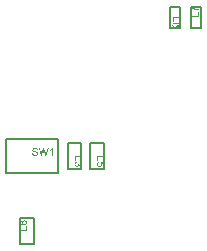
<source format=gbr>
%TF.GenerationSoftware,Altium Limited,Altium Designer,21.9.1 (22)*%
G04 Layer_Color=16711935*
%FSLAX45Y45*%
%MOMM*%
%TF.SameCoordinates,430BEF64-33ED-46D9-BD69-C1E45A4CD6A6*%
%TF.FilePolarity,Positive*%
%TF.FileFunction,Other,Top_Assembly*%
%TF.Part,Single*%
G01*
G75*
%TA.AperFunction,NonConductor*%
%ADD59C,0.20000*%
G36*
X1936719Y1310830D02*
X1937366D01*
X1939122Y1310645D01*
X1941064Y1310368D01*
X1943098Y1309905D01*
X1945317Y1309351D01*
X1947351Y1308611D01*
X1947443D01*
X1947628Y1308519D01*
X1947906Y1308334D01*
X1948276Y1308149D01*
X1949200Y1307686D01*
X1950402Y1306854D01*
X1951789Y1305930D01*
X1953176Y1304728D01*
X1954470Y1303341D01*
X1955672Y1301769D01*
Y1301677D01*
X1955764Y1301584D01*
X1955949Y1301307D01*
X1956134Y1301030D01*
X1956597Y1300105D01*
X1957151Y1298903D01*
X1957798Y1297424D01*
X1958261Y1295667D01*
X1958723Y1293818D01*
X1958908Y1291784D01*
X1950772Y1291137D01*
Y1291229D01*
Y1291414D01*
X1950679Y1291692D01*
X1950587Y1292154D01*
X1950310Y1293171D01*
X1949940Y1294558D01*
X1949385Y1296037D01*
X1948553Y1297516D01*
X1947536Y1298903D01*
X1946241Y1300198D01*
X1946057Y1300290D01*
X1945594Y1300660D01*
X1944670Y1301215D01*
X1943468Y1301769D01*
X1941896Y1302324D01*
X1940047Y1302879D01*
X1937736Y1303249D01*
X1935147Y1303341D01*
X1933852D01*
X1933298Y1303249D01*
X1932558Y1303156D01*
X1930894Y1302971D01*
X1929045Y1302601D01*
X1927196Y1302139D01*
X1925439Y1301399D01*
X1924699Y1300937D01*
X1923960Y1300475D01*
X1923775Y1300382D01*
X1923405Y1300013D01*
X1922850Y1299365D01*
X1922295Y1298626D01*
X1921648Y1297609D01*
X1921093Y1296499D01*
X1920724Y1295205D01*
X1920539Y1293726D01*
Y1293541D01*
Y1293171D01*
X1920631Y1292524D01*
X1920816Y1291784D01*
X1921093Y1290859D01*
X1921556Y1289935D01*
X1922110Y1289010D01*
X1922943Y1288086D01*
X1923035Y1287993D01*
X1923497Y1287716D01*
X1923867Y1287439D01*
X1924237Y1287254D01*
X1924792Y1286976D01*
X1925439Y1286607D01*
X1926271Y1286329D01*
X1927196Y1285959D01*
X1928213Y1285590D01*
X1929414Y1285127D01*
X1930709Y1284757D01*
X1932188Y1284295D01*
X1933852Y1283925D01*
X1935701Y1283463D01*
X1935794D01*
X1936164Y1283371D01*
X1936719Y1283278D01*
X1937366Y1283093D01*
X1938198Y1282908D01*
X1939215Y1282631D01*
X1940232Y1282354D01*
X1941341Y1282076D01*
X1943745Y1281429D01*
X1946057Y1280782D01*
X1947166Y1280412D01*
X1948183Y1280042D01*
X1949108Y1279765D01*
X1949847Y1279395D01*
X1949940D01*
X1950125Y1279302D01*
X1950402Y1279118D01*
X1950772Y1278933D01*
X1951789Y1278378D01*
X1952991Y1277638D01*
X1954378Y1276621D01*
X1955764Y1275512D01*
X1957059Y1274217D01*
X1958168Y1272831D01*
X1958261Y1272646D01*
X1958631Y1272183D01*
X1959000Y1271351D01*
X1959555Y1270242D01*
X1960017Y1268947D01*
X1960480Y1267376D01*
X1960757Y1265619D01*
X1960850Y1263770D01*
Y1263677D01*
Y1263585D01*
Y1263308D01*
Y1262938D01*
X1960665Y1261921D01*
X1960480Y1260626D01*
X1960110Y1259147D01*
X1959648Y1257575D01*
X1958908Y1255911D01*
X1957891Y1254154D01*
Y1254062D01*
X1957798Y1253970D01*
X1957336Y1253415D01*
X1956689Y1252583D01*
X1955764Y1251658D01*
X1954563Y1250549D01*
X1953083Y1249347D01*
X1951419Y1248237D01*
X1949477Y1247220D01*
X1949385D01*
X1949200Y1247128D01*
X1948923Y1247035D01*
X1948553Y1246850D01*
X1947998Y1246666D01*
X1947351Y1246388D01*
X1945872Y1246018D01*
X1944115Y1245556D01*
X1941988Y1245094D01*
X1939677Y1244816D01*
X1937181Y1244724D01*
X1935701D01*
X1934962Y1244816D01*
X1934130D01*
X1933205Y1244909D01*
X1932096Y1245001D01*
X1929784Y1245371D01*
X1927380Y1245741D01*
X1924977Y1246388D01*
X1922665Y1247220D01*
X1922573D01*
X1922388Y1247313D01*
X1922110Y1247498D01*
X1921741Y1247683D01*
X1920631Y1248237D01*
X1919337Y1249069D01*
X1917857Y1250179D01*
X1916286Y1251473D01*
X1914806Y1253045D01*
X1913420Y1254802D01*
Y1254894D01*
X1913235Y1255079D01*
X1913142Y1255356D01*
X1912865Y1255726D01*
X1912680Y1256188D01*
X1912403Y1256743D01*
X1911755Y1258130D01*
X1911108Y1259887D01*
X1910553Y1261828D01*
X1910184Y1264047D01*
X1909999Y1266359D01*
X1917950Y1267098D01*
Y1267006D01*
Y1266913D01*
X1918042Y1266636D01*
Y1266266D01*
X1918227Y1265434D01*
X1918505Y1264232D01*
X1918874Y1263030D01*
X1919244Y1261643D01*
X1919892Y1260349D01*
X1920539Y1259147D01*
X1920631Y1259055D01*
X1920909Y1258685D01*
X1921371Y1258038D01*
X1922110Y1257390D01*
X1923035Y1256558D01*
X1924052Y1255726D01*
X1925439Y1254894D01*
X1926918Y1254154D01*
X1927011D01*
X1927103Y1254062D01*
X1927380Y1253970D01*
X1927658Y1253877D01*
X1928582Y1253600D01*
X1929784Y1253230D01*
X1931264Y1252860D01*
X1932928Y1252583D01*
X1934777Y1252398D01*
X1936811Y1252305D01*
X1937643D01*
X1938568Y1252398D01*
X1939677Y1252490D01*
X1940971Y1252675D01*
X1942451Y1252860D01*
X1943930Y1253230D01*
X1945317Y1253692D01*
X1945502Y1253785D01*
X1945964Y1253970D01*
X1946611Y1254339D01*
X1947443Y1254709D01*
X1948276Y1255356D01*
X1949200Y1256004D01*
X1950125Y1256743D01*
X1950864Y1257668D01*
X1950957Y1257760D01*
X1951142Y1258130D01*
X1951419Y1258592D01*
X1951789Y1259332D01*
X1952159Y1260072D01*
X1952436Y1260996D01*
X1952621Y1262013D01*
X1952713Y1263123D01*
Y1263215D01*
Y1263677D01*
X1952621Y1264232D01*
X1952528Y1264972D01*
X1952251Y1265711D01*
X1951974Y1266636D01*
X1951511Y1267561D01*
X1950864Y1268393D01*
X1950772Y1268485D01*
X1950494Y1268763D01*
X1950125Y1269132D01*
X1949477Y1269687D01*
X1948738Y1270242D01*
X1947721Y1270889D01*
X1946519Y1271536D01*
X1945132Y1272091D01*
X1945040Y1272183D01*
X1944577Y1272276D01*
X1943838Y1272553D01*
X1943375Y1272646D01*
X1942728Y1272831D01*
X1942081Y1273108D01*
X1941249Y1273293D01*
X1940324Y1273570D01*
X1939215Y1273848D01*
X1938105Y1274125D01*
X1936811Y1274495D01*
X1935332Y1274865D01*
X1933760Y1275234D01*
X1933667D01*
X1933390Y1275327D01*
X1932928Y1275419D01*
X1932373Y1275604D01*
X1931633Y1275789D01*
X1930801Y1275974D01*
X1928952Y1276529D01*
X1926918Y1277176D01*
X1924792Y1277823D01*
X1922943Y1278470D01*
X1922110Y1278840D01*
X1921371Y1279210D01*
X1921278D01*
X1921186Y1279302D01*
X1920631Y1279672D01*
X1919799Y1280135D01*
X1918874Y1280874D01*
X1917765Y1281706D01*
X1916656Y1282723D01*
X1915546Y1283925D01*
X1914622Y1285220D01*
X1914529Y1285405D01*
X1914252Y1285867D01*
X1913882Y1286607D01*
X1913512Y1287531D01*
X1913142Y1288733D01*
X1912772Y1290120D01*
X1912495Y1291599D01*
X1912403Y1293171D01*
Y1293263D01*
Y1293356D01*
Y1293633D01*
Y1294003D01*
X1912587Y1294928D01*
X1912772Y1296129D01*
X1913050Y1297516D01*
X1913512Y1299088D01*
X1914159Y1300660D01*
X1915084Y1302232D01*
Y1302324D01*
X1915176Y1302416D01*
X1915639Y1302971D01*
X1916286Y1303711D01*
X1917118Y1304635D01*
X1918227Y1305652D01*
X1919614Y1306762D01*
X1921278Y1307779D01*
X1923127Y1308704D01*
X1923220D01*
X1923405Y1308796D01*
X1923682Y1308888D01*
X1924052Y1309073D01*
X1924514Y1309258D01*
X1925162Y1309443D01*
X1926548Y1309813D01*
X1928305Y1310183D01*
X1930339Y1310553D01*
X1932466Y1310830D01*
X1934869Y1310922D01*
X1936071D01*
X1936719Y1310830D01*
D02*
G37*
G36*
X2031393Y1245833D02*
X2023072D01*
X2009666Y1294558D01*
Y1294650D01*
X2009574Y1294835D01*
X2009481Y1295112D01*
X2009389Y1295575D01*
X2009112Y1296592D01*
X2008834Y1297794D01*
X2008464Y1299088D01*
X2008095Y1300290D01*
X2007817Y1301307D01*
X2007725Y1301769D01*
X2007632Y1302047D01*
Y1301954D01*
X2007540Y1301862D01*
X2007447Y1301307D01*
X2007262Y1300475D01*
X2006985Y1299458D01*
X2006708Y1298348D01*
X2006338Y1297054D01*
X2006061Y1295760D01*
X2005691Y1294558D01*
X1992192Y1245833D01*
X1983316D01*
X1966582Y1309813D01*
X1975365D01*
X1984888Y1267838D01*
Y1267745D01*
X1984981Y1267561D01*
X1985073Y1267191D01*
X1985165Y1266728D01*
X1985258Y1266081D01*
X1985443Y1265434D01*
X1985628Y1264602D01*
X1985813Y1263677D01*
X1986275Y1261736D01*
X1986737Y1259517D01*
X1987199Y1257113D01*
X1987662Y1254709D01*
Y1254802D01*
X1987754Y1255171D01*
X1987939Y1255634D01*
X1988032Y1256373D01*
X1988216Y1257113D01*
X1988494Y1258038D01*
X1988956Y1260072D01*
X1989511Y1262106D01*
X1989696Y1263123D01*
X1989973Y1264047D01*
X1990158Y1264879D01*
X1990343Y1265619D01*
X1990528Y1266174D01*
X1990620Y1266544D01*
X2002732Y1309813D01*
X2012995D01*
X2022055Y1277361D01*
Y1277268D01*
X2022240Y1276806D01*
X2022425Y1276159D01*
X2022610Y1275327D01*
X2022887Y1274217D01*
X2023257Y1273015D01*
X2023627Y1271629D01*
X2023997Y1270057D01*
X2024459Y1268300D01*
X2024829Y1266544D01*
X2025661Y1262753D01*
X2026493Y1258777D01*
X2027140Y1254709D01*
Y1254802D01*
X2027233Y1254987D01*
Y1255356D01*
X2027418Y1255819D01*
X2027510Y1256373D01*
X2027695Y1257021D01*
X2027788Y1257853D01*
X2028065Y1258777D01*
X2028527Y1260811D01*
X2029082Y1263215D01*
X2029637Y1265804D01*
X2030376Y1268670D01*
X2040362Y1309813D01*
X2048960D01*
X2031393Y1245833D01*
D02*
G37*
G36*
X2083261D02*
X2075403D01*
Y1295852D01*
X2075310Y1295760D01*
X2074848Y1295390D01*
X2074293Y1294835D01*
X2073368Y1294188D01*
X2072351Y1293356D01*
X2071057Y1292431D01*
X2069578Y1291414D01*
X2067914Y1290397D01*
X2067821D01*
X2067729Y1290305D01*
X2067174Y1289935D01*
X2066249Y1289473D01*
X2065140Y1288918D01*
X2063846Y1288271D01*
X2062459Y1287624D01*
X2061072Y1286976D01*
X2059685Y1286422D01*
Y1294003D01*
X2059777D01*
X2059962Y1294188D01*
X2060332Y1294280D01*
X2060794Y1294558D01*
X2061349Y1294835D01*
X2061996Y1295205D01*
X2063568Y1296129D01*
X2065417Y1297147D01*
X2067266Y1298441D01*
X2069208Y1299920D01*
X2071150Y1301492D01*
X2071242Y1301584D01*
X2071334Y1301677D01*
X2071612Y1301954D01*
X2071982Y1302232D01*
X2072814Y1303156D01*
X2073923Y1304266D01*
X2075033Y1305560D01*
X2076235Y1307039D01*
X2077252Y1308519D01*
X2078176Y1310090D01*
X2083261D01*
Y1245833D01*
D02*
G37*
G36*
X3261964Y2508758D02*
X3262149Y2508573D01*
X3262518Y2508203D01*
X3263073Y2507833D01*
X3263720Y2507279D01*
X3264460Y2506539D01*
X3265385Y2505799D01*
X3266494Y2504967D01*
X3267604Y2504135D01*
X3268898Y2503118D01*
X3270377Y2502101D01*
X3271857Y2501084D01*
X3273521Y2499975D01*
X3275277Y2498865D01*
X3277219Y2497756D01*
X3279161Y2496646D01*
X3279253Y2496554D01*
X3279623Y2496369D01*
X3280178Y2496092D01*
X3281010Y2495629D01*
X3282027Y2495167D01*
X3283136Y2494612D01*
X3284431Y2493965D01*
X3285910Y2493318D01*
X3287574Y2492578D01*
X3289238Y2491746D01*
X3291087Y2491006D01*
X3293029Y2490267D01*
X3297005Y2488788D01*
X3301258Y2487401D01*
X3301350D01*
X3301627Y2487308D01*
X3302090Y2487216D01*
X3302644Y2487031D01*
X3303384Y2486846D01*
X3304309Y2486661D01*
X3305326Y2486384D01*
X3306435Y2486199D01*
X3307729Y2485921D01*
X3309116Y2485644D01*
X3312075Y2485182D01*
X3315311Y2484719D01*
X3318824Y2484442D01*
Y2476398D01*
X3318732D01*
X3318454D01*
X3318085D01*
X3317530Y2476491D01*
X3316790D01*
X3315866Y2476583D01*
X3314849Y2476676D01*
X3313739Y2476768D01*
X3312445Y2476953D01*
X3311150Y2477138D01*
X3309579Y2477415D01*
X3308007Y2477693D01*
X3306343Y2477970D01*
X3304494Y2478340D01*
X3300703Y2479265D01*
X3300610D01*
X3300241Y2479357D01*
X3299686Y2479542D01*
X3298854Y2479819D01*
X3297929Y2480097D01*
X3296820Y2480466D01*
X3295525Y2480836D01*
X3294138Y2481391D01*
X3292567Y2481946D01*
X3290995Y2482500D01*
X3287482Y2483887D01*
X3283783Y2485552D01*
X3280085Y2487401D01*
X3279993Y2487493D01*
X3279623Y2487678D01*
X3279161Y2487955D01*
X3278421Y2488325D01*
X3277589Y2488788D01*
X3276572Y2489435D01*
X3275462Y2490082D01*
X3274260Y2490822D01*
X3271579Y2492578D01*
X3268806Y2494427D01*
X3265939Y2496554D01*
X3263258Y2498773D01*
Y2467430D01*
X3255677D01*
Y2508850D01*
X3261871D01*
X3261964Y2508758D01*
D02*
G37*
G36*
X3318824Y2420000D02*
X3254845D01*
Y2428506D01*
X3311243D01*
Y2460034D01*
X3318824D01*
Y2420000D01*
D02*
G37*
G36*
X3163592Y2411494D02*
X3107193D01*
Y2379966D01*
X3099612D01*
Y2420000D01*
X3163592D01*
Y2411494D01*
D02*
G37*
G36*
X3131232Y2373402D02*
X3132526D01*
X3134006Y2373309D01*
X3135762Y2373125D01*
X3137704Y2372940D01*
X3139830Y2372662D01*
X3141957Y2372292D01*
X3144268Y2371830D01*
X3146487Y2371275D01*
X3148706Y2370628D01*
X3150833Y2369796D01*
X3152867Y2368872D01*
X3154808Y2367855D01*
X3156472Y2366653D01*
X3156565Y2366560D01*
X3156750Y2366375D01*
X3157120Y2366005D01*
X3157674Y2365543D01*
X3158229Y2364988D01*
X3158784Y2364249D01*
X3159524Y2363324D01*
X3160171Y2362400D01*
X3160818Y2361290D01*
X3161558Y2360088D01*
X3162112Y2358701D01*
X3162759Y2357315D01*
X3163222Y2355743D01*
X3163592Y2354079D01*
X3163777Y2352322D01*
X3163869Y2350473D01*
Y2349733D01*
X3163777Y2349178D01*
Y2348531D01*
X3163684Y2347792D01*
X3163314Y2346035D01*
X3162852Y2344093D01*
X3162112Y2342059D01*
X3161003Y2340025D01*
X3160356Y2339008D01*
X3159616Y2338084D01*
X3159524Y2337991D01*
X3159431Y2337899D01*
X3159154Y2337621D01*
X3158876Y2337344D01*
X3158414Y2336882D01*
X3157859Y2336512D01*
X3156565Y2335495D01*
X3154901Y2334478D01*
X3152867Y2333553D01*
X3150555Y2332721D01*
X3147967Y2332167D01*
X3147319Y2340025D01*
X3147412D01*
X3147504Y2340118D01*
X3148059Y2340210D01*
X3148891Y2340488D01*
X3149908Y2340857D01*
X3151018Y2341227D01*
X3152127Y2341782D01*
X3153144Y2342429D01*
X3153976Y2343076D01*
X3154161Y2343261D01*
X3154531Y2343631D01*
X3155086Y2344278D01*
X3155733Y2345203D01*
X3156288Y2346405D01*
X3156842Y2347699D01*
X3157212Y2349271D01*
X3157397Y2350935D01*
Y2351582D01*
X3157305Y2352322D01*
X3157120Y2353154D01*
X3156842Y2354264D01*
X3156472Y2355373D01*
X3156010Y2356482D01*
X3155271Y2357592D01*
X3155178Y2357777D01*
X3154808Y2358239D01*
X3154161Y2358886D01*
X3153237Y2359718D01*
X3152127Y2360643D01*
X3150833Y2361660D01*
X3149168Y2362585D01*
X3147319Y2363509D01*
X3147227D01*
X3147042Y2363602D01*
X3146765Y2363694D01*
X3146395Y2363879D01*
X3145840Y2363971D01*
X3145193Y2364156D01*
X3144453Y2364341D01*
X3143529Y2364526D01*
X3142512Y2364803D01*
X3141402Y2364988D01*
X3140200Y2365173D01*
X3138906Y2365266D01*
X3137427Y2365451D01*
X3135947Y2365543D01*
X3134283Y2365636D01*
X3132619D01*
X3132711Y2365543D01*
X3133266Y2365173D01*
X3134006Y2364526D01*
X3134930Y2363694D01*
X3136040Y2362769D01*
X3137057Y2361568D01*
X3138074Y2360273D01*
X3138998Y2358794D01*
Y2358701D01*
X3139091Y2358609D01*
X3139368Y2358054D01*
X3139645Y2357222D01*
X3140108Y2356113D01*
X3140478Y2354818D01*
X3140755Y2353339D01*
X3141032Y2351767D01*
X3141125Y2350103D01*
Y2349363D01*
X3141032Y2348809D01*
X3140940Y2348069D01*
X3140847Y2347329D01*
X3140663Y2346405D01*
X3140385Y2345480D01*
X3139738Y2343354D01*
X3139276Y2342244D01*
X3138628Y2341135D01*
X3137981Y2340025D01*
X3137242Y2338823D01*
X3136317Y2337714D01*
X3135300Y2336697D01*
X3135208Y2336604D01*
X3135023Y2336420D01*
X3134745Y2336142D01*
X3134283Y2335865D01*
X3133636Y2335402D01*
X3132989Y2334940D01*
X3132157Y2334478D01*
X3131232Y2333923D01*
X3130215Y2333368D01*
X3129106Y2332906D01*
X3127811Y2332444D01*
X3126517Y2331982D01*
X3125130Y2331704D01*
X3123558Y2331427D01*
X3121986Y2331242D01*
X3120322Y2331150D01*
X3120230D01*
X3120045D01*
X3119767D01*
X3119305D01*
X3118750Y2331242D01*
X3118196D01*
X3116716Y2331519D01*
X3114960Y2331797D01*
X3113111Y2332259D01*
X3111077Y2332906D01*
X3109135Y2333831D01*
X3109043D01*
X3108950Y2333923D01*
X3108673Y2334108D01*
X3108303Y2334293D01*
X3107378Y2334848D01*
X3106176Y2335680D01*
X3104882Y2336697D01*
X3103588Y2337899D01*
X3102293Y2339378D01*
X3101184Y2340950D01*
Y2341042D01*
X3101091Y2341135D01*
X3100906Y2341412D01*
X3100814Y2341782D01*
X3100352Y2342707D01*
X3099889Y2343908D01*
X3099335Y2345480D01*
X3098965Y2347237D01*
X3098595Y2349178D01*
X3098503Y2351305D01*
Y2351767D01*
X3098595Y2352229D01*
Y2352969D01*
X3098687Y2353801D01*
X3098872Y2354726D01*
X3099150Y2355835D01*
X3099427Y2356945D01*
X3099797Y2358239D01*
X3100259Y2359534D01*
X3100814Y2360828D01*
X3101554Y2362215D01*
X3102386Y2363509D01*
X3103310Y2364803D01*
X3104420Y2366098D01*
X3105714Y2367300D01*
X3105807Y2367392D01*
X3106084Y2367577D01*
X3106454Y2367855D01*
X3107101Y2368224D01*
X3107933Y2368779D01*
X3108858Y2369241D01*
X3110060Y2369796D01*
X3111354Y2370351D01*
X3112926Y2370998D01*
X3114682Y2371553D01*
X3116624Y2372015D01*
X3118750Y2372477D01*
X3121154Y2372940D01*
X3123743Y2373217D01*
X3126517Y2373402D01*
X3129475Y2373494D01*
X3129568D01*
X3129660D01*
X3129938D01*
X3130307D01*
X3131232Y2373402D01*
D02*
G37*
G36*
X2334662Y1231495D02*
X2278264D01*
Y1199968D01*
X2270683D01*
Y1240001D01*
X2334662D01*
Y1231495D01*
D02*
G37*
G36*
X2288619Y1185175D02*
X2288527D01*
X2288342Y1185082D01*
X2287972Y1184990D01*
X2287510Y1184897D01*
X2286955Y1184805D01*
X2286308Y1184620D01*
X2284921Y1184158D01*
X2283257Y1183510D01*
X2281685Y1182678D01*
X2280205Y1181754D01*
X2278911Y1180644D01*
X2278819Y1180459D01*
X2278449Y1180090D01*
X2277987Y1179350D01*
X2277524Y1178425D01*
X2276970Y1177316D01*
X2276507Y1175929D01*
X2276137Y1174357D01*
X2276045Y1172693D01*
Y1172138D01*
X2276137Y1171769D01*
X2276230Y1170752D01*
X2276507Y1169457D01*
X2276970Y1167978D01*
X2277617Y1166406D01*
X2278541Y1164834D01*
X2279836Y1163355D01*
X2280021Y1163170D01*
X2280575Y1162708D01*
X2281407Y1162153D01*
X2282517Y1161413D01*
X2283904Y1160674D01*
X2285475Y1160119D01*
X2287325Y1159657D01*
X2289359Y1159472D01*
X2289451D01*
X2289636D01*
X2289913D01*
X2290283Y1159564D01*
X2291300Y1159657D01*
X2292502Y1159934D01*
X2293981Y1160304D01*
X2295461Y1160951D01*
X2296940Y1161876D01*
X2298327Y1163078D01*
X2298512Y1163263D01*
X2298882Y1163725D01*
X2299436Y1164465D01*
X2300084Y1165482D01*
X2300731Y1166776D01*
X2301285Y1168348D01*
X2301655Y1170104D01*
X2301840Y1172046D01*
Y1172878D01*
X2301748Y1173525D01*
X2301655Y1174357D01*
X2301470Y1175282D01*
X2301285Y1176391D01*
X2301008Y1177593D01*
X2307942Y1176669D01*
Y1176206D01*
X2307850Y1175837D01*
Y1174635D01*
X2308035Y1173618D01*
X2308220Y1172416D01*
X2308497Y1171029D01*
X2308959Y1169457D01*
X2309607Y1167978D01*
X2310439Y1166406D01*
Y1166314D01*
X2310531Y1166221D01*
X2310901Y1165759D01*
X2311548Y1165112D01*
X2312380Y1164372D01*
X2313582Y1163632D01*
X2314969Y1162985D01*
X2316541Y1162523D01*
X2317465Y1162338D01*
X2318482D01*
X2318575D01*
X2318667D01*
X2319222D01*
X2319962Y1162523D01*
X2320979Y1162708D01*
X2322088Y1163078D01*
X2323290Y1163540D01*
X2324492Y1164280D01*
X2325601Y1165297D01*
X2325694Y1165389D01*
X2326064Y1165851D01*
X2326526Y1166499D01*
X2327081Y1167331D01*
X2327543Y1168440D01*
X2328005Y1169735D01*
X2328375Y1171214D01*
X2328468Y1172878D01*
Y1173618D01*
X2328283Y1174450D01*
X2328098Y1175559D01*
X2327728Y1176761D01*
X2327266Y1177963D01*
X2326526Y1179257D01*
X2325601Y1180459D01*
X2325509Y1180552D01*
X2325047Y1180922D01*
X2324399Y1181476D01*
X2323475Y1182124D01*
X2322273Y1182771D01*
X2320794Y1183418D01*
X2319037Y1183973D01*
X2317003Y1184343D01*
X2318390Y1192201D01*
X2318482D01*
X2318760Y1192109D01*
X2319129Y1192016D01*
X2319684Y1191924D01*
X2320331Y1191739D01*
X2321071Y1191462D01*
X2322828Y1190907D01*
X2324862Y1189982D01*
X2326896Y1188873D01*
X2328837Y1187486D01*
X2330594Y1185729D01*
X2330686Y1185637D01*
X2330779Y1185452D01*
X2330964Y1185175D01*
X2331241Y1184805D01*
X2331611Y1184343D01*
X2331981Y1183695D01*
X2332351Y1183048D01*
X2332813Y1182216D01*
X2333553Y1180367D01*
X2334292Y1178240D01*
X2334755Y1175744D01*
X2334939Y1174450D01*
Y1172138D01*
X2334847Y1171121D01*
X2334662Y1169919D01*
X2334385Y1168440D01*
X2333922Y1166776D01*
X2333368Y1165112D01*
X2332628Y1163448D01*
Y1163355D01*
X2332536Y1163263D01*
X2332258Y1162708D01*
X2331703Y1161876D01*
X2331056Y1160951D01*
X2330132Y1159842D01*
X2329115Y1158732D01*
X2327913Y1157623D01*
X2326526Y1156698D01*
X2326341Y1156606D01*
X2325879Y1156328D01*
X2325047Y1155959D01*
X2324030Y1155496D01*
X2322828Y1155034D01*
X2321441Y1154664D01*
X2319869Y1154387D01*
X2318297Y1154294D01*
X2318112D01*
X2317558D01*
X2316818Y1154387D01*
X2315801Y1154572D01*
X2314599Y1154849D01*
X2313305Y1155311D01*
X2312010Y1155866D01*
X2310716Y1156606D01*
X2310531Y1156698D01*
X2310161Y1156976D01*
X2309514Y1157530D01*
X2308774Y1158270D01*
X2307942Y1159195D01*
X2307018Y1160304D01*
X2306186Y1161598D01*
X2305354Y1163170D01*
Y1163078D01*
X2305261Y1162893D01*
X2305169Y1162615D01*
X2305076Y1162246D01*
X2304706Y1161229D01*
X2304152Y1159934D01*
X2303412Y1158455D01*
X2302487Y1156976D01*
X2301285Y1155589D01*
X2299899Y1154294D01*
X2299714Y1154202D01*
X2299159Y1153832D01*
X2298234Y1153277D01*
X2297032Y1152723D01*
X2295553Y1152168D01*
X2293797Y1151613D01*
X2291762Y1151243D01*
X2289544Y1151151D01*
X2289451D01*
X2289174D01*
X2288711D01*
X2288157Y1151243D01*
X2287417Y1151336D01*
X2286585Y1151521D01*
X2285660Y1151706D01*
X2284643Y1151891D01*
X2282424Y1152630D01*
X2281223Y1153185D01*
X2280113Y1153740D01*
X2278911Y1154479D01*
X2277709Y1155311D01*
X2276507Y1156236D01*
X2275398Y1157345D01*
X2275305Y1157438D01*
X2275120Y1157623D01*
X2274843Y1157993D01*
X2274473Y1158455D01*
X2274011Y1159010D01*
X2273549Y1159749D01*
X2272994Y1160581D01*
X2272532Y1161598D01*
X2271977Y1162615D01*
X2271422Y1163817D01*
X2270960Y1165019D01*
X2270498Y1166406D01*
X2270128Y1167885D01*
X2269850Y1169457D01*
X2269666Y1171029D01*
X2269573Y1172786D01*
Y1173618D01*
X2269666Y1174172D01*
X2269758Y1174912D01*
X2269850Y1175744D01*
X2270035Y1176669D01*
X2270220Y1177686D01*
X2270775Y1179905D01*
X2271700Y1182216D01*
X2272254Y1183418D01*
X2272901Y1184527D01*
X2273734Y1185637D01*
X2274566Y1186746D01*
X2274658Y1186839D01*
X2274843Y1187024D01*
X2275120Y1187301D01*
X2275490Y1187579D01*
X2275953Y1188041D01*
X2276600Y1188503D01*
X2277247Y1189058D01*
X2278079Y1189613D01*
X2279004Y1190167D01*
X2279928Y1190722D01*
X2282147Y1191739D01*
X2284736Y1192571D01*
X2286123Y1192849D01*
X2287602Y1193033D01*
X2288619Y1185175D01*
D02*
G37*
G36*
X2525087Y1231495D02*
X2468689D01*
Y1199968D01*
X2461108D01*
Y1240001D01*
X2525087D01*
Y1231495D01*
D02*
G37*
G36*
X2478490Y1184897D02*
X2478397D01*
X2478212D01*
X2477935Y1184805D01*
X2477473Y1184712D01*
X2476456Y1184435D01*
X2475069Y1184065D01*
X2473682Y1183510D01*
X2472110Y1182771D01*
X2470723Y1181846D01*
X2469429Y1180737D01*
X2469336Y1180552D01*
X2468967Y1180182D01*
X2468504Y1179442D01*
X2467950Y1178425D01*
X2467395Y1177316D01*
X2466933Y1175929D01*
X2466563Y1174357D01*
X2466470Y1172601D01*
Y1172046D01*
X2466563Y1171676D01*
X2466655Y1170567D01*
X2467025Y1169272D01*
X2467487Y1167700D01*
X2468227Y1166129D01*
X2469336Y1164465D01*
X2469984Y1163725D01*
X2470723Y1162985D01*
X2470816Y1162893D01*
X2470908Y1162800D01*
X2471186Y1162615D01*
X2471463Y1162338D01*
X2472480Y1161691D01*
X2473774Y1160951D01*
X2475346Y1160304D01*
X2477288Y1159657D01*
X2479599Y1159195D01*
X2480801Y1159010D01*
X2482095D01*
X2482188D01*
X2482373D01*
X2482743D01*
X2483205Y1159102D01*
X2483760D01*
X2484407Y1159195D01*
X2485886Y1159472D01*
X2487643Y1159934D01*
X2489399Y1160581D01*
X2491064Y1161506D01*
X2492635Y1162800D01*
X2492728D01*
X2492820Y1162985D01*
X2493283Y1163448D01*
X2493930Y1164280D01*
X2494669Y1165389D01*
X2495317Y1166868D01*
X2495964Y1168533D01*
X2496426Y1170474D01*
X2496611Y1171584D01*
Y1173340D01*
X2496519Y1174080D01*
X2496426Y1175005D01*
X2496149Y1176114D01*
X2495871Y1177223D01*
X2495409Y1178425D01*
X2494854Y1179627D01*
X2494762Y1179720D01*
X2494577Y1180090D01*
X2494115Y1180644D01*
X2493652Y1181384D01*
X2493005Y1182124D01*
X2492173Y1182863D01*
X2491341Y1183695D01*
X2490324Y1184343D01*
X2491341Y1191739D01*
X2524255Y1185544D01*
Y1153740D01*
X2516766D01*
Y1179350D01*
X2499477Y1182771D01*
X2499570Y1182678D01*
X2499662Y1182493D01*
X2499847Y1182216D01*
X2500124Y1181754D01*
X2500402Y1181199D01*
X2500771Y1180552D01*
X2501511Y1179073D01*
X2502251Y1177223D01*
X2502898Y1175189D01*
X2503360Y1172970D01*
X2503545Y1171861D01*
Y1169827D01*
X2503453Y1169272D01*
X2503360Y1168533D01*
X2503268Y1167700D01*
X2503083Y1166776D01*
X2502806Y1165759D01*
X2502158Y1163540D01*
X2501696Y1162338D01*
X2501049Y1161136D01*
X2500402Y1159934D01*
X2499662Y1158732D01*
X2498737Y1157623D01*
X2497720Y1156513D01*
X2497628Y1156421D01*
X2497443Y1156236D01*
X2497166Y1155959D01*
X2496703Y1155589D01*
X2496056Y1155126D01*
X2495409Y1154664D01*
X2494577Y1154109D01*
X2493652Y1153555D01*
X2492635Y1153092D01*
X2491526Y1152538D01*
X2490231Y1152075D01*
X2488937Y1151613D01*
X2487550Y1151243D01*
X2485979Y1150966D01*
X2484407Y1150781D01*
X2482743Y1150689D01*
X2482650D01*
X2482373D01*
X2481910D01*
X2481263Y1150781D01*
X2480524Y1150873D01*
X2479692Y1150966D01*
X2478674Y1151151D01*
X2477657Y1151336D01*
X2475254Y1151891D01*
X2472757Y1152815D01*
X2471463Y1153370D01*
X2470261Y1154109D01*
X2468967Y1154849D01*
X2467765Y1155774D01*
X2467672Y1155866D01*
X2467395Y1156051D01*
X2467025Y1156421D01*
X2466563Y1156883D01*
X2466008Y1157530D01*
X2465268Y1158270D01*
X2464621Y1159195D01*
X2463882Y1160212D01*
X2463142Y1161321D01*
X2462495Y1162615D01*
X2461848Y1164002D01*
X2461200Y1165482D01*
X2460738Y1167053D01*
X2460368Y1168810D01*
X2460091Y1170659D01*
X2459998Y1172601D01*
Y1173433D01*
X2460091Y1174080D01*
X2460183Y1174820D01*
X2460276Y1175652D01*
X2460368Y1176669D01*
X2460646Y1177686D01*
X2461200Y1179997D01*
X2462032Y1182309D01*
X2462587Y1183510D01*
X2463234Y1184712D01*
X2463974Y1185822D01*
X2464806Y1186931D01*
X2464899Y1187024D01*
X2464991Y1187209D01*
X2465361Y1187394D01*
X2465731Y1187763D01*
X2466193Y1188226D01*
X2466748Y1188688D01*
X2467487Y1189243D01*
X2468319Y1189705D01*
X2469152Y1190260D01*
X2470169Y1190814D01*
X2472387Y1191831D01*
X2474976Y1192664D01*
X2476363Y1192941D01*
X2477842Y1193126D01*
X2478490Y1184897D01*
D02*
G37*
G36*
X1847490Y698849D02*
X1848137Y698756D01*
X1848969Y698664D01*
X1849894Y698479D01*
X1850911Y698202D01*
X1853037Y697554D01*
X1854239Y697092D01*
X1855349Y696445D01*
X1856551Y695798D01*
X1857660Y695058D01*
X1858769Y694133D01*
X1859879Y693116D01*
X1859971Y693024D01*
X1860156Y692839D01*
X1860434Y692562D01*
X1860711Y692099D01*
X1861173Y691452D01*
X1861636Y690805D01*
X1862098Y689973D01*
X1862653Y689048D01*
X1863207Y688031D01*
X1863670Y686829D01*
X1864132Y685535D01*
X1864594Y684241D01*
X1864872Y682761D01*
X1865149Y681190D01*
X1865334Y679618D01*
X1865426Y677861D01*
Y676937D01*
X1865334Y676289D01*
X1865241Y675457D01*
X1865149Y674533D01*
X1864964Y673516D01*
X1864687Y672406D01*
X1864039Y669910D01*
X1863577Y668616D01*
X1863115Y667414D01*
X1862468Y666119D01*
X1861728Y664825D01*
X1860896Y663623D01*
X1859879Y662514D01*
X1859786Y662421D01*
X1859602Y662236D01*
X1859324Y661959D01*
X1858862Y661589D01*
X1858307Y661219D01*
X1857660Y660664D01*
X1856920Y660202D01*
X1855996Y659647D01*
X1855071Y659093D01*
X1853962Y658630D01*
X1851650Y657706D01*
X1850264Y657336D01*
X1848877Y657059D01*
X1847397Y656874D01*
X1845918Y656781D01*
X1845826D01*
X1845641D01*
X1845271D01*
X1844901Y656874D01*
X1844346D01*
X1843699Y656966D01*
X1842220Y657151D01*
X1840556Y657521D01*
X1838891Y658076D01*
X1837135Y658908D01*
X1835471Y659925D01*
X1835378D01*
X1835286Y660110D01*
X1834823Y660480D01*
X1834084Y661219D01*
X1833159Y662236D01*
X1832235Y663531D01*
X1831218Y665102D01*
X1830385Y666859D01*
X1829738Y668985D01*
Y668893D01*
X1829646Y668801D01*
X1829553Y668523D01*
X1829368Y668153D01*
X1828999Y667321D01*
X1828444Y666212D01*
X1827704Y665010D01*
X1826780Y663808D01*
X1825763Y662698D01*
X1824653Y661681D01*
X1824468Y661589D01*
X1824098Y661312D01*
X1823359Y660942D01*
X1822434Y660572D01*
X1821232Y660110D01*
X1819845Y659740D01*
X1818274Y659462D01*
X1816610Y659370D01*
X1816517D01*
X1816332D01*
X1815962D01*
X1815408Y659462D01*
X1814853Y659555D01*
X1814113Y659647D01*
X1812541Y660017D01*
X1810692Y660572D01*
X1808751Y661497D01*
X1807734Y662051D01*
X1806717Y662698D01*
X1805792Y663531D01*
X1804868Y664363D01*
X1804775Y664455D01*
X1804683Y664640D01*
X1804405Y664917D01*
X1804128Y665287D01*
X1803758Y665749D01*
X1803388Y666397D01*
X1802926Y667136D01*
X1802464Y667876D01*
X1802001Y668801D01*
X1801539Y669818D01*
X1801169Y670927D01*
X1800800Y672129D01*
X1800245Y674718D01*
X1800152Y676197D01*
X1800060Y677676D01*
Y678508D01*
X1800152Y679063D01*
X1800245Y679803D01*
X1800337Y680635D01*
X1800430Y681559D01*
X1800707Y682484D01*
X1801262Y684703D01*
X1802094Y686922D01*
X1802649Y688031D01*
X1803296Y689141D01*
X1804128Y690158D01*
X1804960Y691175D01*
X1805053Y691267D01*
X1805145Y691360D01*
X1805422Y691637D01*
X1805792Y692007D01*
X1806347Y692377D01*
X1806902Y692839D01*
X1808288Y693764D01*
X1810045Y694688D01*
X1812079Y695520D01*
X1814391Y696168D01*
X1815593Y696260D01*
X1816887Y696352D01*
X1816979D01*
X1817072D01*
X1817627D01*
X1818459Y696260D01*
X1819476Y696075D01*
X1820770Y695798D01*
X1822064Y695335D01*
X1823359Y694781D01*
X1824653Y693949D01*
X1824838Y693856D01*
X1825208Y693486D01*
X1825763Y692932D01*
X1826502Y692192D01*
X1827334Y691175D01*
X1828167Y689973D01*
X1828999Y688586D01*
X1829738Y686922D01*
Y687014D01*
X1829831Y687199D01*
X1829923Y687477D01*
X1830108Y687846D01*
X1830570Y688956D01*
X1831218Y690250D01*
X1832142Y691637D01*
X1833159Y693116D01*
X1834454Y694503D01*
X1835933Y695798D01*
X1836025D01*
X1836118Y695890D01*
X1836672Y696260D01*
X1837597Y696815D01*
X1838799Y697369D01*
X1840278Y697924D01*
X1842035Y698479D01*
X1843976Y698849D01*
X1846103Y698941D01*
X1846195D01*
X1846473D01*
X1846935D01*
X1847490Y698849D01*
D02*
G37*
G36*
X1864317Y609999D02*
X1800337D01*
Y618504D01*
X1856735D01*
Y650032D01*
X1864317D01*
Y609999D01*
D02*
G37*
%LPC*%
G36*
X3120322Y2364434D02*
X3120137D01*
X3119675D01*
X3118843Y2364341D01*
X3117826Y2364249D01*
X3116624Y2364064D01*
X3115330Y2363694D01*
X3113943Y2363324D01*
X3112556Y2362769D01*
X3112371Y2362677D01*
X3111909Y2362400D01*
X3111261Y2362030D01*
X3110429Y2361475D01*
X3109597Y2360828D01*
X3108580Y2359996D01*
X3107748Y2359071D01*
X3106916Y2357962D01*
X3106824Y2357777D01*
X3106639Y2357407D01*
X3106269Y2356760D01*
X3105992Y2355928D01*
X3105622Y2355003D01*
X3105252Y2353894D01*
X3105067Y2352692D01*
X3104974Y2351397D01*
Y2350935D01*
X3105067Y2350565D01*
X3105159Y2349641D01*
X3105437Y2348439D01*
X3105992Y2347144D01*
X3106639Y2345665D01*
X3107656Y2344186D01*
X3108210Y2343446D01*
X3108950Y2342799D01*
X3109043D01*
X3109135Y2342614D01*
X3109690Y2342244D01*
X3110614Y2341689D01*
X3111816Y2340950D01*
X3113388Y2340303D01*
X3115237Y2339748D01*
X3117364Y2339378D01*
X3119860Y2339193D01*
X3119952D01*
X3120137D01*
X3120507D01*
X3120969Y2339286D01*
X3121524D01*
X3122171Y2339378D01*
X3123651Y2339655D01*
X3125315Y2340025D01*
X3127071Y2340672D01*
X3128736Y2341597D01*
X3130307Y2342799D01*
X3130492Y2342984D01*
X3130955Y2343446D01*
X3131509Y2344186D01*
X3132249Y2345203D01*
X3132989Y2346497D01*
X3133543Y2347977D01*
X3134006Y2349733D01*
X3134191Y2351675D01*
Y2352229D01*
X3134098Y2352599D01*
X3134006Y2353524D01*
X3133728Y2354818D01*
X3133266Y2356205D01*
X3132526Y2357777D01*
X3131602Y2359256D01*
X3130307Y2360735D01*
X3130123Y2360920D01*
X3129660Y2361290D01*
X3128828Y2361937D01*
X3127626Y2362585D01*
X3126239Y2363232D01*
X3124483Y2363879D01*
X3122541Y2364249D01*
X3120322Y2364434D01*
D02*
G37*
G36*
X1816794Y688309D02*
X1816702D01*
X1816610D01*
X1816055D01*
X1815223Y688124D01*
X1814206Y687939D01*
X1813096Y687569D01*
X1811894Y687014D01*
X1810692Y686275D01*
X1809490Y685258D01*
X1809398Y685165D01*
X1809028Y684703D01*
X1808566Y684056D01*
X1808011Y683224D01*
X1807456Y682114D01*
X1806994Y680912D01*
X1806624Y679433D01*
X1806532Y677861D01*
Y677122D01*
X1806717Y676289D01*
X1806902Y675180D01*
X1807271Y673978D01*
X1807734Y672684D01*
X1808473Y671482D01*
X1809490Y670280D01*
X1809583Y670187D01*
X1809953Y669818D01*
X1810600Y669355D01*
X1811432Y668893D01*
X1812449Y668338D01*
X1813651Y667876D01*
X1814945Y667506D01*
X1816425Y667414D01*
X1816517D01*
X1816610D01*
X1817164Y667506D01*
X1817996Y667599D01*
X1819013Y667784D01*
X1820215Y668153D01*
X1821417Y668616D01*
X1822712Y669355D01*
X1823821Y670280D01*
X1823914Y670372D01*
X1824283Y670835D01*
X1824746Y671482D01*
X1825208Y672314D01*
X1825763Y673423D01*
X1826225Y674718D01*
X1826595Y676197D01*
X1826687Y677861D01*
Y678046D01*
X1826595Y678601D01*
X1826502Y679433D01*
X1826317Y680542D01*
X1825948Y681744D01*
X1825485Y682946D01*
X1824746Y684241D01*
X1823821Y685350D01*
X1823729Y685443D01*
X1823266Y685812D01*
X1822712Y686275D01*
X1821880Y686829D01*
X1820863Y687384D01*
X1819661Y687846D01*
X1818274Y688216D01*
X1816794Y688309D01*
D02*
G37*
G36*
X1846195Y690898D02*
X1846103D01*
X1845918D01*
X1845641D01*
X1845271Y690805D01*
X1844254Y690713D01*
X1842867Y690435D01*
X1841480Y689973D01*
X1839908Y689326D01*
X1838337Y688401D01*
X1836857Y687107D01*
X1836672Y686922D01*
X1836303Y686460D01*
X1835655Y685628D01*
X1834916Y684518D01*
X1834269Y683131D01*
X1833621Y681467D01*
X1833252Y679618D01*
X1833067Y677584D01*
Y677029D01*
X1833159Y676659D01*
X1833252Y675642D01*
X1833529Y674348D01*
X1833991Y672869D01*
X1834638Y671389D01*
X1835563Y669818D01*
X1836765Y668431D01*
X1836950Y668246D01*
X1837412Y667876D01*
X1838244Y667321D01*
X1839261Y666674D01*
X1840648Y665934D01*
X1842220Y665380D01*
X1843976Y665010D01*
X1845918Y664825D01*
X1846103D01*
X1846473D01*
X1847120Y664917D01*
X1847952Y665010D01*
X1848969Y665195D01*
X1850079Y665472D01*
X1851188Y665842D01*
X1852390Y666304D01*
X1852482Y666397D01*
X1852945Y666582D01*
X1853499Y666951D01*
X1854147Y667506D01*
X1854979Y668153D01*
X1855811Y668985D01*
X1856551Y669910D01*
X1857290Y671019D01*
X1857383Y671204D01*
X1857568Y671574D01*
X1857845Y672221D01*
X1858122Y673054D01*
X1858400Y674071D01*
X1858677Y675272D01*
X1858862Y676567D01*
X1858954Y677861D01*
Y678416D01*
X1858862Y678786D01*
X1858769Y679895D01*
X1858492Y681190D01*
X1858030Y682669D01*
X1857475Y684241D01*
X1856551Y685720D01*
X1855349Y687199D01*
X1855164Y687384D01*
X1854701Y687754D01*
X1853869Y688401D01*
X1852852Y689048D01*
X1851558Y689696D01*
X1849986Y690343D01*
X1848137Y690713D01*
X1846195Y690898D01*
D02*
G37*
%LPD*%
D59*
X1690000Y1389725D02*
X2130000D01*
Y1099725D02*
Y1389725D01*
X1690000Y1099725D02*
X2130000D01*
X1690000D02*
Y1389725D01*
X3256376Y2331376D02*
Y2508624D01*
X3343624D01*
Y2331376D02*
Y2508624D01*
X3256376Y2331376D02*
X3343624D01*
X3160951D02*
Y2508624D01*
X3073704Y2331376D02*
X3160951D01*
X3073704D02*
Y2508624D01*
X3160951D01*
X2327075Y1130000D02*
Y1350000D01*
X2212075Y1130000D02*
X2327075D01*
X2212075D02*
Y1350000D01*
X2327075D01*
X2517500Y1130000D02*
Y1350000D01*
X2402500Y1130000D02*
X2517500D01*
X2402500D02*
Y1350000D01*
X2517500D01*
X1807925Y500000D02*
X1922925D01*
Y720000D01*
X1807925D02*
X1922925D01*
X1807925Y500000D02*
Y720000D01*
%TF.MD5,6a535735e2631181651222591f5ec632*%
M02*

</source>
